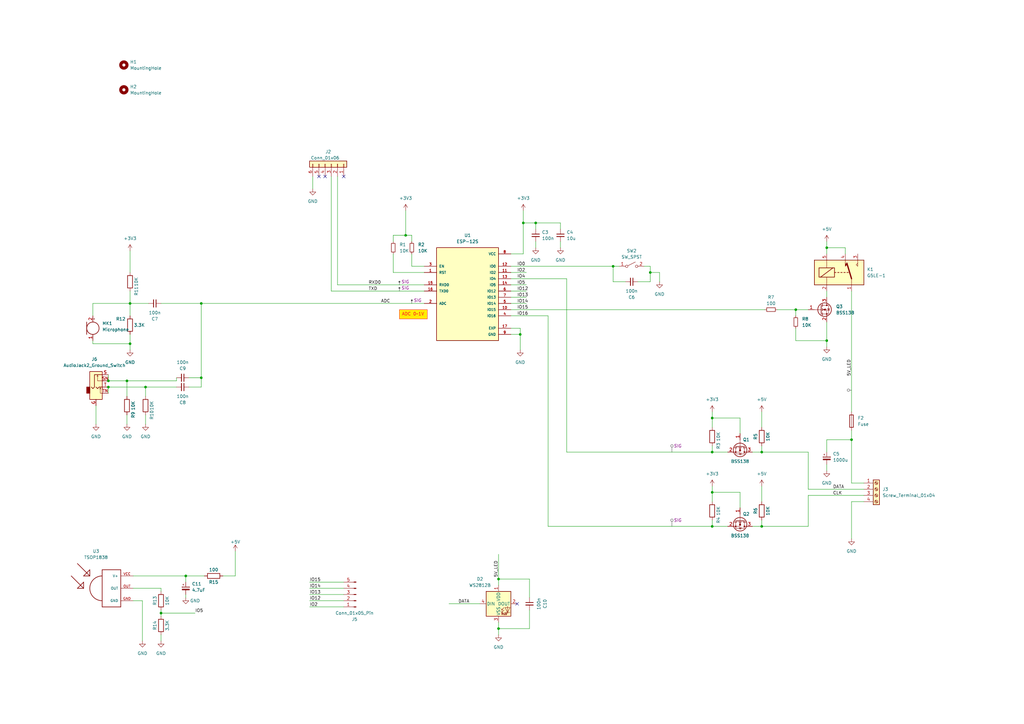
<source format=kicad_sch>
(kicad_sch (version 20230121) (generator eeschema)
  (paper "A3")
  (lib_symbols
    (symbol "Connector:Conn_01x05_Pin" (pin_names (offset 1.016) hide)
      (property "Reference" "J" (at 0 7.62 0))
      (property "Value" "Conn_01x05_Pin" (at 0 -7.62 0))
      (symbol "Conn_01x05_Pin_1_1"
        (polyline (pts (xy 1.27 -5.08) (xy 0.8636 -5.08)) (stroke (width 0.1524)))
        (polyline (pts (xy 1.27 -2.54) (xy 0.8636 -2.54)) (stroke (width 0.1524)))
        (polyline (pts (xy 1.27 0) (xy 0.8636 0)) (stroke (width 0.1524)))
        (polyline (pts (xy 1.27 2.54) (xy 0.8636 2.54)) (stroke (width 0.1524)))
        (polyline (pts (xy 1.27 5.08) (xy 0.8636 5.08)) (stroke (width 0.1524)))
        (rectangle (start 0.8636 -4.953) (end 0 -5.207) (stroke (width 0.1524)) (fill (type outline)))
        (rectangle (start 0.8636 -2.413) (end 0 -2.667) (stroke (width 0.1524)) (fill (type outline)))
        (rectangle (start 0.8636 0.127) (end 0 -0.127) (stroke (width 0.1524)) (fill (type outline)))
        (rectangle (start 0.8636 2.667) (end 0 2.413) (stroke (width 0.1524)) (fill (type outline)))
        (rectangle (start 0.8636 5.207) (end 0 4.953) (stroke (width 0.1524)) (fill (type outline)))
        (pin passive line (at 5.08 5.08 180) (length 3.81) (name "Pin_1") (number "1"))
        (pin passive line (at 5.08 2.54 180) (length 3.81) (name "Pin_2") (number "2"))
        (pin passive line (at 5.08 0 180) (length 3.81) (name "Pin_3") (number "3"))
        (pin passive line (at 5.08 -2.54 180) (length 3.81) (name "Pin_4") (number "4"))
        (pin passive line (at 5.08 -5.08 180) (length 3.81) (name "Pin_5") (number "5"))
      )
    )
    (symbol "Connector:Screw_Terminal_01x04" (pin_names (offset 1.016) hide)
      (property "Reference" "J" (at 0 5.08 0))
      (property "Value" "Screw_Terminal_01x04" (at 0 -7.62 0))
      (symbol "Screw_Terminal_01x04_1_1"
        (rectangle (start -1.27 3.81) (end 1.27 -6.35) (stroke (width 0.254)) (fill (type background)))
        (circle (center 0 -5.08) (radius 0.635) (stroke (width 0.1524)))
        (circle (center 0 -2.54) (radius 0.635) (stroke (width 0.1524)))
        (polyline (pts (xy -0.5334 -4.7498) (xy 0.3302 -5.588)) (stroke (width 0.1524)))
        (polyline (pts (xy -0.5334 -2.2098) (xy 0.3302 -3.048)) (stroke (width 0.1524)))
        (polyline (pts (xy -0.5334 0.3302) (xy 0.3302 -0.508)) (stroke (width 0.1524)))
        (polyline (pts (xy -0.5334 2.8702) (xy 0.3302 2.032)) (stroke (width 0.1524)))
        (polyline (pts (xy -0.3556 -4.572) (xy 0.508 -5.4102)) (stroke (width 0.1524)))
        (polyline (pts (xy -0.3556 -2.032) (xy 0.508 -2.8702)) (stroke (width 0.1524)))
        (polyline (pts (xy -0.3556 0.508) (xy 0.508 -0.3302)) (stroke (width 0.1524)))
        (polyline (pts (xy -0.3556 3.048) (xy 0.508 2.2098)) (stroke (width 0.1524)))
        (circle (center 0 0) (radius 0.635) (stroke (width 0.1524)))
        (circle (center 0 2.54) (radius 0.635) (stroke (width 0.1524)))
        (pin passive line (at -5.08 2.54 0) (length 3.81) (name "Pin_1") (number "1"))
        (pin passive line (at -5.08 0 0) (length 3.81) (name "Pin_2") (number "2"))
        (pin passive line (at -5.08 -2.54 0) (length 3.81) (name "Pin_3") (number "3"))
        (pin passive line (at -5.08 -5.08 0) (length 3.81) (name "Pin_4") (number "4"))
      )
    )
    (symbol "Connector_Audio:AudioJack2_Ground_Switch"
      (property "Reference" "J" (at 0 11.43 0))
      (property "Value" "AudioJack2_Ground_Switch" (at 0 8.89 0))
      (symbol "AudioJack2_Ground_Switch_0_1"
        (rectangle (start -2.54 -2.54) (end -3.81 0) (stroke (width 0.254)) (fill (type outline)))
        (rectangle (start 2.54 6.35) (end -2.54 -5.08) (stroke (width 0.254)) (fill (type background)))
      )
      (symbol "AudioJack2_Ground_Switch_1_1"
        (polyline (pts (xy 0.635 4.826) (xy 0.889 4.318)))
        (polyline (pts (xy 1.778 -0.254) (xy 2.032 -0.762)))
        (polyline (pts (xy 0 0) (xy 0.635 -0.635) (xy 1.27 0) (xy 2.54 0)) (stroke (width 0.254)))
        (polyline (pts (xy 2.54 -2.54) (xy 1.778 -2.54) (xy 1.778 -0.254) (xy 1.524 -0.762)))
        (polyline (pts (xy 2.54 2.54) (xy 0.635 2.54) (xy 0.635 4.826) (xy 0.381 4.318)))
        (polyline (pts (xy 2.54 5.08) (xy -0.635 5.08) (xy -0.635 0) (xy -1.27 -0.635) (xy -1.905 0)) (stroke (width 0.254)))
        (pin passive line (at 0 -7.62 90) (length 2.54) (name "~") (number "G"))
        (pin passive line (at 5.08 5.08 180) (length 2.54) (name "~") (number "S"))
        (pin passive line (at 5.08 2.54 180) (length 2.54) (name "~") (number "SN"))
        (pin passive line (at 5.08 0 180) (length 2.54) (name "~") (number "T"))
        (pin passive line (at 5.08 -2.54 180) (length 2.54) (name "~") (number "TN"))
      )
    )
    (symbol "Connector_Generic:Conn_01x06" (pin_names (offset 1.016) hide)
      (property "Reference" "J" (at 0 7.62 0))
      (property "Value" "Conn_01x06" (at 0 -10.16 0))
      (symbol "Conn_01x06_1_1"
        (rectangle (start -1.27 -7.493) (end 0 -7.747) (stroke (width 0.1524)))
        (rectangle (start -1.27 -4.953) (end 0 -5.207) (stroke (width 0.1524)))
        (rectangle (start -1.27 -2.413) (end 0 -2.667) (stroke (width 0.1524)))
        (rectangle (start -1.27 0.127) (end 0 -0.127) (stroke (width 0.1524)))
        (rectangle (start -1.27 2.667) (end 0 2.413) (stroke (width 0.1524)))
        (rectangle (start -1.27 5.207) (end 0 4.953) (stroke (width 0.1524)))
        (rectangle (start -1.27 6.35) (end 1.27 -8.89) (stroke (width 0.254)) (fill (type background)))
        (pin passive line (at -5.08 5.08 0) (length 3.81) (name "Pin_1") (number "1"))
        (pin passive line (at -5.08 2.54 0) (length 3.81) (name "Pin_2") (number "2"))
        (pin passive line (at -5.08 0 0) (length 3.81) (name "Pin_3") (number "3"))
        (pin passive line (at -5.08 -2.54 0) (length 3.81) (name "Pin_4") (number "4"))
        (pin passive line (at -5.08 -5.08 0) (length 3.81) (name "Pin_5") (number "5"))
        (pin passive line (at -5.08 -7.62 0) (length 3.81) (name "Pin_6") (number "6"))
      )
    )
    (symbol "Device:C_Polarized_Small" (pin_numbers hide) (pin_names (offset 0.254) hide)
      (property "Reference" "C" (at 0.254 1.778 0))
      (property "Value" "C_Polarized_Small" (at 0.254 -2.032 0))
      (symbol "C_Polarized_Small_0_1"
        (rectangle (start -1.524 -0.3048) (end 1.524 -0.6858) (fill (type outline)))
        (rectangle (start -1.524 0.6858) (end 1.524 0.3048))
        (polyline (pts (xy -1.27 1.524) (xy -0.762 1.524)))
        (polyline (pts (xy -1.016 1.27) (xy -1.016 1.778)))
      )
      (symbol "C_Polarized_Small_1_1"
        (pin passive line (at 0 2.54 270) (length 1.8542) (name "~") (number "1"))
        (pin passive line (at 0 -2.54 90) (length 1.8542) (name "~") (number "2"))
      )
    )
    (symbol "Device:C_Small" (pin_numbers hide) (pin_names (offset 0.254) hide)
      (property "Reference" "C" (at 0.254 1.778 0))
      (property "Value" "C_Small" (at 0.254 -2.032 0))
      (symbol "C_Small_0_1"
        (polyline (pts (xy -1.524 -0.508) (xy 1.524 -0.508)) (stroke (width 0.3302)))
        (polyline (pts (xy -1.524 0.508) (xy 1.524 0.508)) (stroke (width 0.3048)))
      )
      (symbol "C_Small_1_1"
        (pin passive line (at 0 2.54 270) (length 2.032) (name "~") (number "1"))
        (pin passive line (at 0 -2.54 90) (length 2.032) (name "~") (number "2"))
      )
    )
    (symbol "Device:Fuse" (pin_numbers hide) (pin_names (offset 0))
      (property "Reference" "F" (at 2.032 0 90))
      (property "Value" "Fuse" (at -1.905 0 90))
      (symbol "Fuse_0_1"
        (rectangle (start -0.762 -2.54) (end 0.762 2.54) (stroke (width 0.254)))
        (polyline (pts (xy 0 2.54) (xy 0 -2.54)))
      )
      (symbol "Fuse_1_1"
        (pin passive line (at 0 3.81 270) (length 1.27) (name "~") (number "1"))
        (pin passive line (at 0 -3.81 90) (length 1.27) (name "~") (number "2"))
      )
    )
    (symbol "Device:Microphone" (pin_names (offset 0.0254) hide)
      (property "Reference" "MK" (at -3.81 1.27 0))
      (property "Value" "Microphone" (at -3.81 -0.635 0))
      (symbol "Microphone_0_1"
        (polyline (pts (xy -2.54 2.54) (xy -2.54 -2.54)) (stroke (width 0.254)))
        (polyline (pts (xy 0.254 3.81) (xy 0.762 3.81)))
        (polyline (pts (xy 0.508 4.064) (xy 0.508 3.556)))
        (circle (center 0 0) (radius 2.54) (stroke (width 0.254)))
      )
      (symbol "Microphone_1_1"
        (pin passive line (at 0 -5.08 90) (length 2.54) (name "-") (number "1"))
        (pin passive line (at 0 5.08 270) (length 2.54) (name "+") (number "2"))
      )
    )
    (symbol "Device:R" (pin_numbers hide) (pin_names (offset 0))
      (property "Reference" "R" (at 2.032 0 90))
      (property "Value" "R" (at 0 0 90))
      (symbol "R_0_1"
        (rectangle (start -1.016 -2.54) (end 1.016 2.54) (stroke (width 0.254)))
      )
      (symbol "R_1_1"
        (pin passive line (at 0 3.81 270) (length 1.27) (name "~") (number "1"))
        (pin passive line (at 0 -3.81 90) (length 1.27) (name "~") (number "2"))
      )
    )
    (symbol "Device:R_Small" (pin_numbers hide) (pin_names (offset 0.254) hide)
      (property "Reference" "R" (at 0.762 0.508 0))
      (property "Value" "R_Small" (at 0.762 -1.016 0))
      (symbol "R_Small_0_1"
        (rectangle (start -0.762 1.778) (end 0.762 -1.778) (stroke (width 0.2032)))
      )
      (symbol "R_Small_1_1"
        (pin passive line (at 0 2.54 270) (length 0.762) (name "~") (number "1"))
        (pin passive line (at 0 -2.54 90) (length 0.762) (name "~") (number "2"))
      )
    )
    (symbol "ESP-12S:ESP-12S" (pin_names (offset 1.016))
      (property "Reference" "U3" (at 0 22.86 0))
      (property "Value" "ESP-12S" (at 0 20.32 0))
      (symbol "ESP-12S_0_0"
        (rectangle (start -12.7 -20.32) (end 12.7 17.78) (stroke (width 0.254)) (fill (type background)))
        (pin input line (at -17.78 7.62 0) (length 5.08) (name "RST") (number "1"))
        (pin bidirectional line (at 17.78 -7.62 180) (length 5.08) (name "IO15") (number "10"))
        (pin bidirectional line (at 17.78 7.62 180) (length 5.08) (name "IO2") (number "11"))
        (pin bidirectional line (at 17.78 10.16 180) (length 5.08) (name "IO0") (number "12"))
        (pin bidirectional line (at 17.78 5.08 180) (length 5.08) (name "IO4") (number "13"))
        (pin bidirectional line (at 17.78 2.54 180) (length 5.08) (name "IO5") (number "14"))
        (pin bidirectional line (at -17.78 2.54 0) (length 5.08) (name "RXD0") (number "15"))
        (pin bidirectional line (at -17.78 0 0) (length 5.08) (name "TXD0") (number "16"))
        (pin power_in line (at 17.78 -15.24 180) (length 5.08) (name "EXP") (number "17"))
        (pin bidirectional line (at -17.78 -5.08 0) (length 5.08) (name "ADC") (number "2"))
        (pin input line (at -17.78 10.16 0) (length 5.08) (name "EN") (number "3"))
        (pin bidirectional line (at 17.78 -10.16 180) (length 5.08) (name "IO16") (number "4"))
        (pin bidirectional line (at 17.78 -5.08 180) (length 5.08) (name "IO14") (number "5"))
        (pin bidirectional line (at 17.78 0 180) (length 5.08) (name "IO12") (number "6"))
        (pin bidirectional line (at 17.78 -2.54 180) (length 5.08) (name "IO13") (number "7"))
        (pin power_in line (at 17.78 15.24 180) (length 5.08) (name "VCC") (number "8"))
        (pin power_in line (at 17.78 -17.78 180) (length 5.08) (name "GND") (number "9"))
      )
    )
    (symbol "LED:WS2812B" (pin_names (offset 0.254))
      (property "Reference" "D" (at 5.08 5.715 0))
      (property "Value" "WS2812B" (at 1.27 -5.715 0))
      (symbol "WS2812B_0_0"
        (text "RGB" (at 2.286 -4.191 0) (effects (font (size 0.762 0.762))))
      )
      (symbol "WS2812B_0_1"
        (polyline (pts (xy 1.27 -3.556) (xy 1.778 -3.556)))
        (polyline (pts (xy 1.27 -2.54) (xy 1.778 -2.54)))
        (polyline (pts (xy 4.699 -3.556) (xy 2.667 -3.556)))
        (polyline (pts (xy 2.286 -2.54) (xy 1.27 -3.556) (xy 1.27 -3.048)))
        (polyline (pts (xy 2.286 -1.524) (xy 1.27 -2.54) (xy 1.27 -2.032)))
        (polyline (pts (xy 3.683 -1.016) (xy 3.683 -3.556) (xy 3.683 -4.064)))
        (polyline (pts (xy 4.699 -1.524) (xy 2.667 -1.524) (xy 3.683 -3.556) (xy 4.699 -1.524)))
        (rectangle (start 5.08 5.08) (end -5.08 -5.08) (stroke (width 0.254)) (fill (type background)))
      )
      (symbol "WS2812B_1_1"
        (pin power_in line (at 0 7.62 270) (length 2.54) (name "VDD") (number "1"))
        (pin output line (at 7.62 0 180) (length 2.54) (name "DOUT") (number "2"))
        (pin power_in line (at 0 -7.62 90) (length 2.54) (name "VSS") (number "3"))
        (pin input line (at -7.62 0 0) (length 2.54) (name "DIN") (number "4"))
      )
    )
    (symbol "Mechanical:MountingHole" (pin_names (offset 1.016))
      (property "Reference" "H" (at 0 5.08 0))
      (property "Value" "MountingHole" (at 0 3.175 0))
      (symbol "MountingHole_0_1"
        (circle (center 0 0) (radius 1.27) (stroke (width 1.27)))
      )
    )
    (symbol "Relay:G5LE-1"
      (property "Reference" "K" (at 11.43 3.81 0))
      (property "Value" "G5LE-1" (at 11.43 1.27 0))
      (symbol "G5LE-1_0_0"
        (polyline (pts (xy 7.62 5.08) (xy 7.62 2.54) (xy 6.985 3.175) (xy 7.62 3.81)))
      )
      (symbol "G5LE-1_0_1"
        (rectangle (start -10.16 5.08) (end 10.16 -5.08) (stroke (width 0.254)) (fill (type background)))
        (rectangle (start -8.255 1.905) (end -1.905 -1.905) (stroke (width 0.254)))
        (polyline (pts (xy -7.62 -1.905) (xy -2.54 1.905)) (stroke (width 0.254)))
        (polyline (pts (xy -5.08 -5.08) (xy -5.08 -1.905)))
        (polyline (pts (xy -5.08 5.08) (xy -5.08 1.905)))
        (polyline (pts (xy -1.905 0) (xy -1.27 0)) (stroke (width 0.254)))
        (polyline (pts (xy -0.635 0) (xy 0 0)) (stroke (width 0.254)))
        (polyline (pts (xy 0.635 0) (xy 1.27 0)) (stroke (width 0.254)))
        (polyline (pts (xy 1.905 0) (xy 2.54 0)) (stroke (width 0.254)))
        (polyline (pts (xy 3.175 0) (xy 3.81 0)) (stroke (width 0.254)))
        (polyline (pts (xy 5.08 -2.54) (xy 3.175 3.81)) (stroke (width 0.508)))
        (polyline (pts (xy 5.08 -2.54) (xy 5.08 -5.08)))
        (polyline (pts (xy 2.54 5.08) (xy 2.54 2.54) (xy 3.175 3.175) (xy 2.54 3.81)) (fill (type outline)))
      )
      (symbol "G5LE-1_1_1"
        (pin passive line (at 5.08 -7.62 90) (length 2.54) (name "~") (number "1"))
        (pin passive line (at -5.08 -7.62 90) (length 2.54) (name "~") (number "2"))
        (pin passive line (at 7.62 7.62 270) (length 2.54) (name "~") (number "3"))
        (pin passive line (at 2.54 7.62 270) (length 2.54) (name "~") (number "4"))
        (pin passive line (at -5.08 7.62 270) (length 2.54) (name "~") (number "5"))
      )
    )
    (symbol "Switch:SW_SPST" (pin_names (offset 0) hide)
      (property "Reference" "SW" (at 0 3.175 0))
      (property "Value" "SW_SPST" (at 0 -2.54 0))
      (symbol "SW_SPST_0_0"
        (circle (center -2.032 0) (radius 0.508))
        (polyline (pts (xy -1.524 0.254) (xy 1.524 1.778)))
        (circle (center 2.032 0) (radius 0.508))
      )
      (symbol "SW_SPST_1_1"
        (pin passive line (at -5.08 0 0) (length 2.54) (name "A") (number "1"))
        (pin passive line (at 5.08 0 180) (length 2.54) (name "B") (number "2"))
      )
    )
    (symbol "TSOP1838:TSOP1838" (pin_names (offset 1.016))
      (property "Reference" "U" (at 0 0 0))
      (property "Value" "TSOP1838" (at 0 0 0))
      (symbol "TSOP1838_0_0"
        (arc (start -5.08 5.08) (mid -10.1379 0) (end -5.08 -5.08) (stroke (width 0.254)))
        (polyline (pts (xy -15.24 0) (xy -12.7 0)) (stroke (width 0.254)))
        (polyline (pts (xy -15.24 0) (xy -12.7 2.54)) (stroke (width 0.254)))
        (polyline (pts (xy -15.24 10.16) (xy -10.16 5.08)) (stroke (width 0.254)))
        (polyline (pts (xy -12.7 0) (xy -17.78 5.08)) (stroke (width 0.254)))
        (polyline (pts (xy -12.7 2.54) (xy -12.7 0)) (stroke (width 0.254)))
        (polyline (pts (xy -12.7 5.08) (xy -10.16 5.08)) (stroke (width 0.254)))
        (polyline (pts (xy -10.16 5.08) (xy -10.16 7.62)) (stroke (width 0.254)))
        (polyline (pts (xy -10.16 7.62) (xy -12.7 5.08)) (stroke (width 0.254)))
        (polyline (pts (xy -5.08 -7.62) (xy -5.08 7.62)) (stroke (width 0.254)))
        (polyline (pts (xy -5.08 7.62) (xy 2.54 7.62)) (stroke (width 0.254)))
        (polyline (pts (xy 2.54 -7.62) (xy -5.08 -7.62)) (stroke (width 0.254)))
        (polyline (pts (xy 2.54 7.62) (xy 2.54 -7.62)) (stroke (width 0.254)))
        (pin bidirectional line (at 7.62 -5.08 180) (length 5.08) (name "GND") (number "GND"))
        (pin bidirectional line (at 7.62 0 180) (length 5.08) (name "OUT") (number "OUT"))
        (pin bidirectional line (at 7.62 5.08 180) (length 5.08) (name "V+") (number "VCC"))
      )
    )
    (symbol "Transistor_FET:BSS138" (pin_names hide)
      (property "Reference" "Q" (at 5.08 1.905 0))
      (property "Value" "BSS138" (at 5.08 0 0))
      (symbol "BSS138_0_1"
        (polyline (pts (xy 0.254 0) (xy -2.54 0)))
        (polyline (pts (xy 0.254 1.905) (xy 0.254 -1.905)) (stroke (width 0.254)))
        (polyline (pts (xy 0.762 -1.27) (xy 0.762 -2.286)) (stroke (width 0.254)))
        (polyline (pts (xy 0.762 0.508) (xy 0.762 -0.508)) (stroke (width 0.254)))
        (polyline (pts (xy 0.762 2.286) (xy 0.762 1.27)) (stroke (width 0.254)))
        (polyline (pts (xy 2.54 2.54) (xy 2.54 1.778)))
        (polyline (pts (xy 2.54 -2.54) (xy 2.54 0) (xy 0.762 0)))
        (polyline (pts (xy 0.762 -1.778) (xy 3.302 -1.778) (xy 3.302 1.778) (xy 0.762 1.778)))
        (polyline (pts (xy 1.016 0) (xy 2.032 0.381) (xy 2.032 -0.381) (xy 1.016 0)) (fill (type outline)))
        (polyline (pts (xy 2.794 0.508) (xy 2.921 0.381) (xy 3.683 0.381) (xy 3.81 0.254)))
        (polyline (pts (xy 3.302 0.381) (xy 2.921 -0.254) (xy 3.683 -0.254) (xy 3.302 0.381)))
        (circle (center 1.651 0) (radius 2.794) (stroke (width 0.254)))
        (circle (center 2.54 -1.778) (radius 0.254) (fill (type outline)))
        (circle (center 2.54 1.778) (radius 0.254) (fill (type outline)))
      )
      (symbol "BSS138_1_1"
        (pin input line (at -5.08 0 0) (length 2.54) (name "G") (number "1"))
        (pin passive line (at 2.54 -5.08 90) (length 2.54) (name "S") (number "2"))
        (pin passive line (at 2.54 5.08 270) (length 2.54) (name "D") (number "3"))
      )
    )
    (symbol "power:+3.3V" (power) (pin_names (offset 0))
      (property "Value" "+3.3V" (at 0 3.556 0))
      (symbol "+3.3V_0_1"
        (polyline (pts (xy -0.762 1.27) (xy 0 2.54)))
        (polyline (pts (xy 0 0) (xy 0 2.54)))
        (polyline (pts (xy 0 2.54) (xy 0.762 1.27)))
      )
      (symbol "+3.3V_1_1"
        (pin power_in line (at 0 0 90) (length 0) hide (name "+3V3") (number "1"))
      )
    )
    (symbol "power:+3V3" (power) (pin_names (offset 0))
      (property "Value" "+3V3" (at 0 3.556 0))
      (symbol "+3V3_0_1"
        (polyline (pts (xy -0.762 1.27) (xy 0 2.54)))
        (polyline (pts (xy 0 0) (xy 0 2.54)))
        (polyline (pts (xy 0 2.54) (xy 0.762 1.27)))
      )
      (symbol "+3V3_1_1"
        (pin power_in line (at 0 0 90) (length 0) hide (name "+3V3") (number "1"))
      )
    )
    (symbol "power:+5V" (power) (pin_names (offset 0))
      (property "Value" "+5V" (at 0 3.556 0))
      (symbol "+5V_0_1"
        (polyline (pts (xy -0.762 1.27) (xy 0 2.54)))
        (polyline (pts (xy 0 0) (xy 0 2.54)))
        (polyline (pts (xy 0 2.54) (xy 0.762 1.27)))
      )
      (symbol "+5V_1_1"
        (pin power_in line (at 0 0 90) (length 0) hide (name "+5V") (number "1"))
      )
    )
    (symbol "power:GND" (power) (pin_names (offset 0))
      (property "Value" "GND" (at 0 -3.81 0))
      (symbol "GND_0_1"
        (polyline (pts (xy 0 0) (xy 0 -1.27) (xy 1.27 -1.27) (xy 0 -2.54) (xy -1.27 -1.27) (xy 0 -1.27)))
      )
      (symbol "GND_1_1"
        (pin power_in line (at 0 0 270) (length 0) hide (name "GND") (number "1"))
      )
    )
  )
  (junction (at 204.47 257.81))
  (junction (at 312.42 185.42))
  (junction (at 219.71 91.44))
  (junction (at 76.2 236.22))
  (junction (at 44.45 156.21))
  (junction (at 266.7 111.76))
  (junction (at 292.1 171.45))
  (junction (at 66.04 251.46))
  (junction (at 339.09 101.6))
  (junction (at 44.45 158.75))
  (junction (at 339.09 139.7))
  (junction (at 53.34 140.97))
  (junction (at 53.34 124.46))
  (junction (at 214.63 91.44))
  (junction (at 349.25 180.34))
  (junction (at 166.37 96.52))
  (junction (at 213.36 137.16))
  (junction (at 82.55 124.46))
  (junction (at 326.39 127))
  (junction (at 251.46 109.22))
  (junction (at 82.55 154.94))
  (junction (at 312.42 215.9))
  (junction (at 52.07 156.21))
  (junction (at 292.1 185.42))
  (junction (at 292.1 215.9))
  (junction (at 292.1 201.93))
  (junction (at 59.69 158.75))
  (junction (at 204.47 237.49))
  (no_connect (at 130.81 72.39))
  (no_connect (at 212.09 247.65))
  (no_connect (at 133.35 72.39))
  (no_connect (at 140.97 72.39))
  (wire (pts (xy 251.46 109.22) (xy 254 109.22)))
  (wire (pts (xy 339.09 139.7) (xy 339.09 142.24)))
  (wire (pts (xy 44.45 158.75) (xy 44.45 161.29)))
  (wire (pts (xy 66.04 241.3) (xy 54.61 241.3)))
  (wire (pts (xy 214.63 91.44) (xy 214.63 104.14)))
  (wire (pts (xy 303.53 177.8) (xy 303.53 171.45)))
  (wire (pts (xy 53.34 137.16) (xy 53.34 140.97)))
  (wire (pts (xy 127 238.76) (xy 140.97 238.76)))
  (wire (pts (xy 318.77 127) (xy 326.39 127)))
  (wire (pts (xy 292.1 182.88) (xy 292.1 185.42)))
  (wire (pts (xy 224.79 215.9) (xy 292.1 215.9)))
  (wire (pts (xy 38.1 139.7) (xy 38.1 140.97)))
  (wire (pts (xy 168.91 99.06) (xy 168.91 96.52)))
  (wire (pts (xy 229.87 99.06) (xy 229.87 101.6)))
  (wire (pts (xy 135.89 119.38) (xy 173.99 119.38)))
  (wire (pts (xy 339.09 185.42) (xy 339.09 180.34)))
  (wire (pts (xy 219.71 99.06) (xy 219.71 101.6)))
  (wire (pts (xy 161.29 104.14) (xy 161.29 111.76)))
  (wire (pts (xy 312.42 182.88) (xy 312.42 185.42)))
  (wire (pts (xy 312.42 185.42) (xy 308.61 185.42)))
  (wire (pts (xy 66.04 250.19) (xy 66.04 251.46)))
  (wire (pts (xy 213.36 134.62) (xy 213.36 137.16)))
  (wire (pts (xy 53.34 102.87) (xy 53.34 111.76)))
  (wire (pts (xy 44.45 153.67) (xy 44.45 156.21)))
  (wire (pts (xy 349.25 180.34) (xy 349.25 198.12)))
  (wire (pts (xy 82.55 124.46) (xy 82.55 154.94)))
  (wire (pts (xy 209.55 137.16) (xy 213.36 137.16)))
  (wire (pts (xy 292.1 199.39) (xy 292.1 201.93)))
  (wire (pts (xy 339.09 101.6) (xy 339.09 104.14)))
  (wire (pts (xy 209.55 109.22) (xy 251.46 109.22)))
  (wire (pts (xy 214.63 86.36) (xy 214.63 91.44)))
  (wire (pts (xy 331.47 203.2) (xy 331.47 215.9)))
  (wire (pts (xy 349.25 205.74) (xy 354.33 205.74)))
  (wire (pts (xy 229.87 93.98) (xy 229.87 91.44)))
  (wire (pts (xy 127 248.92) (xy 140.97 248.92)))
  (wire (pts (xy 52.07 156.21) (xy 52.07 162.56)))
  (wire (pts (xy 256.54 115.57) (xy 251.46 115.57)))
  (wire (pts (xy 52.07 156.21) (xy 72.39 156.21)))
  (wire (pts (xy 232.41 114.3) (xy 232.41 185.42)))
  (wire (pts (xy 292.1 171.45) (xy 292.1 175.26)))
  (wire (pts (xy 264.16 109.22) (xy 266.7 109.22)))
  (wire (pts (xy 38.1 129.54) (xy 38.1 124.46)))
  (wire (pts (xy 326.39 139.7) (xy 339.09 139.7)))
  (wire (pts (xy 204.47 227.33) (xy 204.47 237.49)))
  (wire (pts (xy 66.04 251.46) (xy 66.04 252.73)))
  (wire (pts (xy 161.29 96.52) (xy 161.29 99.06)))
  (wire (pts (xy 214.63 91.44) (xy 219.71 91.44)))
  (wire (pts (xy 209.55 119.38) (xy 215.9 119.38)))
  (wire (pts (xy 217.17 237.49) (xy 204.47 237.49)))
  (wire (pts (xy 138.43 116.84) (xy 138.43 72.39)))
  (wire (pts (xy 292.1 215.9) (xy 298.45 215.9)))
  (wire (pts (xy 66.04 251.46) (xy 80.01 251.46)))
  (wire (pts (xy 66.04 260.35) (xy 66.04 262.89)))
  (wire (pts (xy 44.45 156.21) (xy 52.07 156.21)))
  (wire (pts (xy 339.09 119.38) (xy 339.09 121.92)))
  (wire (pts (xy 166.37 96.52) (xy 168.91 96.52)))
  (wire (pts (xy 339.09 99.06) (xy 339.09 101.6)))
  (wire (pts (xy 54.61 246.38) (xy 58.42 246.38)))
  (wire (pts (xy 349.25 220.98) (xy 349.25 205.74)))
  (wire (pts (xy 53.34 124.46) (xy 53.34 129.54)))
  (wire (pts (xy 184.15 247.65) (xy 196.85 247.65)))
  (wire (pts (xy 349.25 198.12) (xy 354.33 198.12)))
  (wire (pts (xy 209.55 121.92) (xy 215.9 121.92)))
  (wire (pts (xy 349.25 176.53) (xy 349.25 180.34)))
  (wire (pts (xy 209.55 111.76) (xy 215.9 111.76)))
  (wire (pts (xy 292.1 185.42) (xy 298.45 185.42)))
  (wire (pts (xy 346.71 101.6) (xy 339.09 101.6)))
  (wire (pts (xy 168.91 109.22) (xy 173.99 109.22)))
  (wire (pts (xy 44.45 158.75) (xy 59.69 158.75)))
  (wire (pts (xy 127 243.84) (xy 140.97 243.84)))
  (wire (pts (xy 326.39 127) (xy 331.47 127)))
  (wire (pts (xy 292.1 213.36) (xy 292.1 215.9)))
  (wire (pts (xy 349.25 119.38) (xy 349.25 168.91)))
  (wire (pts (xy 66.04 241.3) (xy 66.04 242.57)))
  (wire (pts (xy 331.47 200.66) (xy 354.33 200.66)))
  (wire (pts (xy 77.47 158.75) (xy 82.55 158.75)))
  (wire (pts (xy 38.1 140.97) (xy 53.34 140.97)))
  (wire (pts (xy 339.09 190.5) (xy 339.09 193.04)))
  (wire (pts (xy 346.71 104.14) (xy 346.71 101.6)))
  (wire (pts (xy 339.09 132.08) (xy 339.09 139.7)))
  (wire (pts (xy 59.69 158.75) (xy 59.69 162.56)))
  (wire (pts (xy 52.07 170.18) (xy 52.07 173.99)))
  (wire (pts (xy 209.55 116.84) (xy 215.9 116.84)))
  (wire (pts (xy 66.04 124.46) (xy 82.55 124.46)))
  (wire (pts (xy 59.69 170.18) (xy 59.69 173.99)))
  (wire (pts (xy 204.47 255.27) (xy 204.47 257.81)))
  (wire (pts (xy 217.17 257.81) (xy 204.47 257.81)))
  (wire (pts (xy 339.09 180.34) (xy 349.25 180.34)))
  (wire (pts (xy 96.52 236.22) (xy 91.44 236.22)))
  (wire (pts (xy 232.41 185.42) (xy 292.1 185.42)))
  (wire (pts (xy 217.17 250.19) (xy 217.17 257.81)))
  (wire (pts (xy 38.1 124.46) (xy 53.34 124.46)))
  (wire (pts (xy 209.55 134.62) (xy 213.36 134.62)))
  (wire (pts (xy 224.79 129.54) (xy 209.55 129.54)))
  (wire (pts (xy 214.63 104.14) (xy 209.55 104.14)))
  (wire (pts (xy 209.55 127) (xy 313.69 127)))
  (wire (pts (xy 59.69 158.75) (xy 72.39 158.75)))
  (wire (pts (xy 213.36 137.16) (xy 213.36 143.51)))
  (wire (pts (xy 354.33 203.2) (xy 331.47 203.2)))
  (wire (pts (xy 251.46 109.22) (xy 251.46 115.57)))
  (wire (pts (xy 76.2 236.22) (xy 83.82 236.22)))
  (wire (pts (xy 209.55 124.46) (xy 215.9 124.46)))
  (wire (pts (xy 331.47 185.42) (xy 331.47 200.66)))
  (wire (pts (xy 128.27 72.39) (xy 128.27 77.47)))
  (wire (pts (xy 204.47 257.81) (xy 204.47 260.35)))
  (wire (pts (xy 266.7 109.22) (xy 266.7 111.76)))
  (wire (pts (xy 54.61 236.22) (xy 76.2 236.22)))
  (wire (pts (xy 168.91 104.14) (xy 168.91 109.22)))
  (wire (pts (xy 204.47 237.49) (xy 204.47 240.03)))
  (wire (pts (xy 209.55 114.3) (xy 232.41 114.3)))
  (wire (pts (xy 82.55 154.94) (xy 82.55 158.75)))
  (wire (pts (xy 166.37 96.52) (xy 161.29 96.52)))
  (wire (pts (xy 224.79 215.9) (xy 224.79 129.54)))
  (wire (pts (xy 326.39 134.62) (xy 326.39 139.7)))
  (wire (pts (xy 303.53 208.28) (xy 303.53 201.93)))
  (wire (pts (xy 127 241.3) (xy 140.97 241.3)))
  (wire (pts (xy 39.37 166.37) (xy 39.37 173.99)))
  (wire (pts (xy 53.34 140.97) (xy 53.34 143.51)))
  (wire (pts (xy 138.43 116.84) (xy 173.99 116.84)))
  (wire (pts (xy 312.42 213.36) (xy 312.42 215.9)))
  (wire (pts (xy 166.37 86.36) (xy 166.37 96.52)))
  (wire (pts (xy 127 246.38) (xy 140.97 246.38)))
  (wire (pts (xy 292.1 168.91) (xy 292.1 171.45)))
  (wire (pts (xy 76.2 236.22) (xy 76.2 238.76)))
  (wire (pts (xy 58.42 246.38) (xy 58.42 262.89)))
  (wire (pts (xy 135.89 72.39) (xy 135.89 119.38)))
  (wire (pts (xy 270.51 111.76) (xy 266.7 111.76)))
  (wire (pts (xy 77.47 154.94) (xy 82.55 154.94)))
  (wire (pts (xy 261.62 115.57) (xy 266.7 115.57)))
  (wire (pts (xy 292.1 201.93) (xy 303.53 201.93)))
  (wire (pts (xy 53.34 119.38) (xy 53.34 124.46)))
  (wire (pts (xy 161.29 111.76) (xy 173.99 111.76)))
  (wire (pts (xy 217.17 245.11) (xy 217.17 237.49)))
  (wire (pts (xy 270.51 115.57) (xy 270.51 111.76)))
  (wire (pts (xy 312.42 215.9) (xy 331.47 215.9)))
  (wire (pts (xy 219.71 93.98) (xy 219.71 91.44)))
  (wire (pts (xy 312.42 199.39) (xy 312.42 205.74)))
  (wire (pts (xy 219.71 91.44) (xy 229.87 91.44)))
  (wire (pts (xy 312.42 215.9) (xy 308.61 215.9)))
  (wire (pts (xy 76.2 243.84) (xy 76.2 245.11)))
  (wire (pts (xy 60.96 124.46) (xy 53.34 124.46)))
  (wire (pts (xy 312.42 185.42) (xy 331.47 185.42)))
  (wire (pts (xy 266.7 115.57) (xy 266.7 111.76)))
  (wire (pts (xy 82.55 124.46) (xy 173.99 124.46)))
  (wire (pts (xy 96.52 226.06) (xy 96.52 236.22)))
  (wire (pts (xy 326.39 129.54) (xy 326.39 127)))
  (wire (pts (xy 292.1 171.45) (xy 303.53 171.45)))
  (wire (pts (xy 312.42 168.91) (xy 312.42 175.26)))
  (wire (pts (xy 292.1 201.93) (xy 292.1 205.74)))
  (wire (pts (xy 72.39 156.21) (xy 72.39 154.94)))
  (text_box "ADC 0~1V" (at 163.83 127 0) (size 11.43 3.81) (stroke (width 0) (color 255 0 32 1)) (fill (type color) (color 255 234 0 1)) (effects (font (size 1.27 1.27)) (justify left top)))
  (label "IO2" (at 127 248.92 0))
  (label "DATA" (at 341.63 200.66 0))
  (label "TXD" (at 151.13 119.38 0))
  (label "IO0" (at 212.09 109.22 0))
  (label "5V_LED" (at 349.25 147.32 270))
  (label "CLK" (at 341.63 203.2 0))
  (label "IO16" (at 212.09 129.54 0))
  (label "RXD0" (at 151.13 116.84 0))
  (label "IO5" (at 80.01 251.46 0))
  (label "5V_LED" (at 204.47 229.87 270))
  (label "IO13" (at 212.09 121.92 0))
  (label "IO5" (at 212.09 116.84 0))
  (label "IO15" (at 212.09 127 0))
  (label "IO12" (at 212.09 119.38 0))
  (label "IO12" (at 127 246.38 0))
  (label "IO15" (at 127 238.76 0))
  (label "DATA" (at 187.96 247.65 0))
  (label "IO14" (at 127 241.3 0))
  (label "IO2" (at 212.09 111.76 0))
  (label "IO4" (at 212.09 114.3 0))
  (label "ADC" (at 156.21 124.46 0))
  (label "IO13" (at 127 243.84 0))
  (label "IO14" (at 212.09 124.46 0))
  (netclass_flag "" (length 1.27) (shape round) (at 349.25 160.02 90) (property "Netclass" "HIGH_PWR" (effects hide)))
  (netclass_flag "" (length 2.541) (shape round) (at 275.59 185.42 0) (property "Netclass" "SIG" (at 276.2885 182.879 0) (effects (font italic) (justify left))))
  (netclass_flag "" (length 1.27) (shape dot) (at 163.83 116.84 0) (property "Netclass" "SIG" (at 164.5285 115.57 0) (effects (font italic) (justify left))))
  (netclass_flag "" (length 1.27) (shape dot) (at 163.83 119.38 0) (property "Netclass" "SIG" (at 164.5285 118.11 0) (effects (font italic) (justify left))))
  (netclass_flag "" (length 2.541) (shape round) (at 275.59 215.9 0) (property "Netclass" "SIG" (at 276.2885 213.359 0) (effects (font italic) (justify left))))
  (netclass_flag "" (length 1.27) (shape dot) (at 168.91 124.46 0) (property "Netclass" "SIG" (at 169.6085 123.19 0) (effects (font italic) (justify left))))
  (symbol (lib_id "Device:R_Small") (at 168.91 101.6 0) (unit 1)
    (property "Reference" "R2" (at 171.45 100.33 0) (effects (justify left)))
    (property "Value" "10K" (at 171.45 102.87 0) (effects (justify left)))
    (property "Footprint" "Resistor_SMD:R_0805_2012Metric" (effects hide))
  )
  (symbol (lib_id "power:GND") (at 270.51 115.57 0) (unit 1)
    (property "Reference" "#PWR017" (effects hide))
    (property "Value" "GND" (at 270.51 120.65 0))
  )
  (symbol (lib_id "LED:WS2812B") (at 204.47 247.65 0) (unit 1)
    (property "Reference" "D2" (at 196.85 237.49 0))
    (property "Value" "WS2812B" (at 196.85 240.03 0))
    (property "Footprint" "LED_SMD:LED_WS2812B_PLCC4_5.0x5.0mm_P3.2mm" (effects hide))
    (property "Datasheet" "https://cdn-shop.adafruit.com/datasheets/WS2812B.pdf" (effects hide))
  )
  (symbol (lib_id "Mechanical:MountingHole") (at 50.8 26.67 0) (unit 1)
    (property "Reference" "H1" (at 53.34 25.4 0) (effects (justify left)))
    (property "Value" "MountingHole" (at 53.34 27.94 0) (effects (justify left)))
    (property "Footprint" "MountingHole:MountingHole_3mm" (effects hide))
  )
  (symbol (lib_id "Device:R_Small") (at 326.39 132.08 0) (unit 1)
    (property "Reference" "R8" (at 328.93 130.81 0) (effects (justify left)))
    (property "Value" "10K" (at 328.93 133.35 0) (effects (justify left)))
    (property "Footprint" "Resistor_SMD:R_0805_2012Metric" (effects hide))
  )
  (symbol (lib_id "Connector_Generic:Conn_01x06") (at 135.89 67.31 270) (mirror x) (unit 1)
    (property "Reference" "J2" (at 134.62 62.23 90))
    (property "Value" "Conn_01x06" (at 133.35 64.77 90))
    (property "Footprint" "Connector_PinHeader_2.54mm:PinHeader_1x06_P2.54mm_Vertical" (effects hide))
  )
  (symbol (lib_id "power:+3.3V") (at 292.1 168.91 0) (unit 1)
    (property "Reference" "#PWR09" (effects hide))
    (property "Value" "+3.3V" (at 292.1 163.83 0))
    (instances (project "WLED_V0.1" (path "" (reference "#PWR09") (unit 1))) (project "BEEIRON v0.0" (path "" (reference "#PWR058") (unit 1))))
  )
  (symbol (lib_id "Device:R") (at 87.63 236.22 270) (unit 1)
    (property "Reference" "R15" (at 87.63 238.76 90))
    (property "Value" "100" (at 87.63 233.68 90))
    (property "Footprint" "Resistor_SMD:R_0805_2012Metric" (effects hide))
    (instances (project "WLED_V0.1" (path "" (reference "R15") (unit 1))) (project "BEEIRON v0.0" (path "" (reference "R20") (unit 1))))
  )
  (symbol (lib_id "Device:R") (at 59.69 166.37 180) (unit 1)
    (property "Reference" "R10" (at 62.23 170.18 90))
    (property "Value" "10K" (at 62.23 166.37 90))
    (property "Footprint" "Resistor_SMD:R_0805_2012Metric" (effects hide))
    (instances (project "WLED_V0.1" (path "" (reference "R10") (unit 1))) (project "BEEIRON v0.0" (path "" (reference "R20") (unit 1))))
  )
  (symbol (lib_id "Device:C_Small") (at 74.93 158.75 270) (unit 1)
    (property "Reference" "C8" (at 74.9237 165.1 90))
    (property "Value" "100n" (at 74.9237 162.56 90))
    (property "Footprint" "Capacitor_SMD:C_0805_2012Metric" (effects hide))
  )
  (symbol (lib_id "power:+3V3") (at 53.34 102.87 0) (unit 1)
    (property "Reference" "#PWR022" (effects hide))
    (property "Value" "+3V3" (at 53.34 97.79 0))
  )
  (symbol (lib_id "Transistor_FET:BSS138") (at 336.55 127 0) (unit 1)
    (property "Reference" "Q3" (at 342.9 125.73 0) (effects (justify left)))
    (property "Value" "BSS138" (at 342.9 128.27 0) (effects (justify left)))
    (property "Footprint" "Package_TO_SOT_SMD:SOT-23" (effects hide))
    (property "Datasheet" "https://www.onsemi.com/pub/Collateral/BSS138-D.PDF" (effects hide))
  )
  (symbol (lib_id "Device:R") (at 292.1 209.55 180) (unit 1)
    (property "Reference" "R4" (at 294.64 213.36 90))
    (property "Value" "10K" (at 294.64 209.55 90))
    (property "Footprint" "Resistor_SMD:R_0805_2012Metric" (effects hide))
    (instances (project "WLED_V0.1" (path "" (reference "R4") (unit 1))) (project "BEEIRON v0.0" (path "" (reference "R20") (unit 1))))
  )
  (symbol (lib_id "power:+5V") (at 339.09 99.06 0) (unit 1)
    (property "Reference" "#PWR013" (effects hide))
    (property "Value" "+5V" (at 339.09 93.98 0))
  )
  (symbol (lib_id "power:+5V") (at 312.42 168.91 0) (unit 1)
    (property "Reference" "#PWR011" (effects hide))
    (property "Value" "+5V" (at 312.42 163.83 0))
    (instances (project "WLED_V0.1" (path "" (reference "#PWR011") (unit 1))) (project "BEEIRON v0.0" (path "" (reference "#PWR059") (unit 1))))
  )
  (symbol (lib_id "power:GND") (at 53.34 143.51 0) (unit 1)
    (property "Reference" "#PWR023" (effects hide))
    (property "Value" "GND" (at 53.34 148.59 0))
  )
  (symbol (lib_id "power:GND") (at 58.42 262.89 0) (unit 1)
    (property "Reference" "#PWR026" (effects hide))
    (property "Value" "GND" (at 58.42 267.97 0))
  )
  (symbol (lib_id "power:GND") (at 128.27 77.47 0) (unit 1)
    (property "Reference" "#PWR04" (effects hide))
    (property "Value" "GND" (at 128.27 82.55 0))
  )
  (symbol (lib_id "power:+5V") (at 96.52 226.06 0) (unit 1)
    (property "Reference" "#PWR027" (effects hide))
    (property "Value" "+5V" (at 96.52 222.25 0))
    (instances (project "WLED_V0.1" (path "" (reference "#PWR027") (unit 1))) (project "BEEIRON v0.0" (path "" (reference "#PWR059") (unit 1))))
  )
  (symbol (lib_id "Switch:SW_SPST") (at 259.08 109.22 0) (unit 1)
    (property "Reference" "SW2" (at 259.08 102.87 0))
    (property "Value" "SW_SPST" (at 259.08 105.41 0))
    (property "Footprint" "Button_Switch_THT:SW_PUSH_6mm_H7.3mm" (effects hide))
  )
  (symbol (lib_id "Device:R") (at 66.04 256.54 180) (unit 1)
    (property "Reference" "R14" (at 63.5 256.54 90))
    (property "Value" "3.3K" (at 68.58 256.54 90))
    (property "Footprint" "Resistor_SMD:R_0805_2012Metric" (effects hide))
    (instances (project "WLED_V0.1" (path "" (reference "R14") (unit 1))) (project "BEEIRON v0.0" (path "" (reference "R20") (unit 1))))
  )
  (symbol (lib_id "Device:Microphone") (at 38.1 134.62 0) (unit 1)
    (property "Reference" "MK1" (at 41.91 132.6515 0) (effects (justify left)))
    (property "Value" "Microphone" (at 41.91 135.1915 0) (effects (justify left)))
    (property "Footprint" "Connector_PinHeader_2.54mm:PinHeader_1x02_P2.54mm_Vertical" (effects hide))
  )
  (symbol (lib_id "Device:R") (at 312.42 179.07 180) (unit 1)
    (property "Reference" "R5" (at 309.88 179.07 90))
    (property "Value" "10K" (at 314.96 179.07 90))
    (property "Footprint" "Resistor_SMD:R_0805_2012Metric" (effects hide))
    (instances (project "WLED_V0.1" (path "" (reference "R5") (unit 1))) (project "BEEIRON v0.0" (path "" (reference "R21") (unit 1))))
  )
  (symbol (lib_id "Transistor_FET:BSS138") (at 303.53 213.36 270) (unit 1)
    (property "Reference" "Q2" (at 306.07 210.82 90))
    (property "Value" "BSS138" (at 303.53 219.71 90))
    (property "Footprint" "Package_TO_SOT_SMD:SOT-23" (effects hide))
    (property "Datasheet" "https://www.onsemi.com/pub/Collateral/BSS138-D.PDF" (effects hide))
  )
  (symbol (lib_id "power:GND") (at 76.2 245.11 0) (unit 1)
    (property "Reference" "#PWR028" (effects hide))
    (property "Value" "GND" (at 80.01 246.38 0))
  )
  (symbol (lib_id "power:GND") (at 39.37 173.99 0) (unit 1)
    (property "Reference" "#PWR019" (effects hide))
    (property "Value" "GND" (at 39.37 179.07 0))
  )
  (symbol (lib_id "Device:C_Small") (at 217.17 247.65 0) (unit 1)
    (property "Reference" "C10" (at 223.52 247.6563 90))
    (property "Value" "100n" (at 220.98 247.6563 90))
    (property "Footprint" "Capacitor_SMD:C_0805_2012Metric" (effects hide))
  )
  (symbol (lib_id "Device:R") (at 66.04 246.38 180) (unit 1)
    (property "Reference" "R13" (at 63.5 246.38 90))
    (property "Value" "10K" (at 68.58 246.38 90))
    (property "Footprint" "Resistor_SMD:R_0805_2012Metric" (effects hide))
    (instances (project "WLED_V0.1" (path "" (reference "R13") (unit 1))) (project "BEEIRON v0.0" (path "" (reference "R20") (unit 1))))
  )
  (symbol (lib_id "Device:Fuse") (at 349.25 172.72 180) (unit 1)
    (property "Reference" "F2" (at 351.79 171.45 0) (effects (justify right)))
    (property "Value" "Fuse" (at 351.79 173.99 0) (effects (justify right)))
    (property "Footprint" "Fuse:Fuseholder_Clip-5x20mm_Keystone_3512P_Inline_P23.62x7.27mm_D1.02x2.41x1.02x1.57mm_Horizontal" (effects hide))
  )
  (symbol (lib_id "power:GND") (at 59.69 173.99 0) (unit 1)
    (property "Reference" "#PWR021" (effects hide))
    (property "Value" "GND" (at 59.69 179.07 0))
  )
  (symbol (lib_id "Device:C_Polarized_Small") (at 76.2 241.3 0) (unit 1)
    (property "Reference" "C11" (at 78.74 239.4839 0) (effects (justify left)))
    (property "Value" "4.7uF" (at 78.74 242.0239 0) (effects (justify left)))
    (property "Footprint" "Capacitor_SMD:C_0805_2012Metric" (effects hide))
  )
  (symbol (lib_id "Device:R") (at 52.07 166.37 180) (unit 1)
    (property "Reference" "R9" (at 54.61 170.18 90))
    (property "Value" "10K" (at 54.61 166.37 90))
    (property "Footprint" "Resistor_SMD:R_0805_2012Metric" (effects hide))
    (instances (project "WLED_V0.1" (path "" (reference "R9") (unit 1))) (project "BEEIRON v0.0" (path "" (reference "R20") (unit 1))))
  )
  (symbol (lib_id "power:GND") (at 229.87 101.6 0) (unit 1)
    (property "Reference" "#PWR08" (effects hide))
    (property "Value" "GND" (at 229.87 106.68 0))
  )
  (symbol (lib_id "Device:C_Small") (at 229.87 96.52 0) (unit 1)
    (property "Reference" "C4" (at 232.41 95.2563 0) (effects (justify left)))
    (property "Value" "10u" (at 232.41 97.7963 0) (effects (justify left)))
    (property "Footprint" "Capacitor_SMD:C_0805_2012Metric" (effects hide))
  )
  (symbol (lib_id "Device:R") (at 53.34 115.57 180) (unit 1)
    (property "Reference" "R11" (at 55.88 119.38 90))
    (property "Value" "10K" (at 55.88 115.57 90))
    (property "Footprint" "Resistor_SMD:R_0805_2012Metric" (effects hide))
    (instances (project "WLED_V0.1" (path "" (reference "R11") (unit 1))) (project "BEEIRON v0.0" (path "" (reference "R20") (unit 1))))
  )
  (symbol (lib_id "Device:R") (at 312.42 209.55 180) (unit 1)
    (property "Reference" "R6" (at 309.88 209.55 90))
    (property "Value" "10K" (at 314.96 209.55 90))
    (property "Footprint" "Resistor_SMD:R_0805_2012Metric" (effects hide))
    (instances (project "WLED_V0.1" (path "" (reference "R6") (unit 1))) (project "BEEIRON v0.0" (path "" (reference "R21") (unit 1))))
  )
  (symbol (lib_id "Device:C_Small") (at 259.08 115.57 270) (unit 1)
    (property "Reference" "C6" (at 259.0737 121.92 90))
    (property "Value" "100n" (at 259.0737 119.38 90))
    (property "Footprint" "Capacitor_SMD:C_0805_2012Metric" (effects hide))
  )
  (symbol (lib_id "Connector_Audio:AudioJack2_Ground_Switch") (at 39.37 158.75 0) (unit 1)
    (property "Reference" "J6" (at 38.735 147.32 0))
    (property "Value" "AudioJack2_Ground_Switch" (at 38.735 149.86 0))
    (property "Footprint" "Connector_Audio:Jack_3.5mm_CUI_SJ1-3525N_Horizontal" (effects hide))
  )
  (symbol (lib_id "power:GND") (at 52.07 173.99 0) (unit 1)
    (property "Reference" "#PWR020" (effects hide))
    (property "Value" "GND" (at 52.07 179.07 0))
  )
  (symbol (lib_id "Device:R_Small") (at 316.23 127 90) (unit 1)
    (property "Reference" "R7" (at 316.23 121.92 90))
    (property "Value" "100" (at 316.23 124.46 90))
    (property "Footprint" "Resistor_SMD:R_0805_2012Metric" (effects hide))
  )
  (symbol (lib_id "power:GND") (at 204.47 260.35 0) (unit 1)
    (property "Reference" "#PWR024" (effects hide))
    (property "Value" "GND" (at 204.47 265.43 0))
  )
  (symbol (lib_id "ESP-12S:ESP-12S") (at 191.77 119.38 0) (unit 1)
    (property "Reference" "U1" (at 191.77 96.52 0))
    (property "Value" "ESP-12S" (at 191.77 99.06 0))
    (property "Footprint" "ESP-12S:MODULE_ESP-12S" (effects hide))
    (property "MF" "RF Solutions" (effects hide))
    (property "MAXIMUM_PACKAGE_HEIGHT" "3 mm" (effects hide))
    (property "Package" "None" (effects hide))
    (property "Price" "None" (effects hide))
    (property "Check_prices" "https://www.snapeda.com/parts/ESP-12S/RF+Solutions/view-part/?ref=eda" (effects hide))
    (property "STANDARD" "Manufacturer Recommendations" (effects hide))
    (property "PARTREV" "V1.1" (effects hide))
    (property "SnapEDA_Link" "https://www.snapeda.com/parts/ESP-12S/RF+Solutions/view-part/?ref=snap" (effects hide))
    (property "MP" "ESP-12S" (effects hide))
    (property "Purchase-URL" "https://www.snapeda.com/api/url_track_click_mouser/?unipart_id=3210766&manufacturer=RF Solutions&part_name=ESP-12S&search_term=esp-12s" (effects hide))
    (property "Description" "\nWiFi 802.11b/g/n Transceiver Module 2.412GHz ~ 2.484GHz PCB Trace Surface Mount\n" (effects hide))
    (property "Availability" "In Stock" (effects hide))
    (property "MANUFACTURER" "RF Solutions" (effects hide))
  )
  (symbol (lib_id "TSOP1838:TSOP1838") (at 46.99 241.3 0) (unit 1)
    (property "Reference" "U3" (at 39.37 226.06 0))
    (property "Value" "TSOP1838" (at 39.37 228.6 0))
    (property "Footprint" "TSOP1838:TSOP18XX" (effects hide))
    (property "MF" "Vishay" (effects hide))
    (property "Description" "\nIR Remote Receiver 38KHz 35m 3-Pin\n" (effects hide))
    (property "Package" "None" (effects hide))
    (property "Price" "None" (effects hide))
    (property "SnapEDA_Link" "https://www.snapeda.com/parts/TSOP1838/Vishay/view-part/?ref=snap" (effects hide))
    (property "MP" "TSOP1838" (effects hide))
    (property "Availability" "In Stock" (effects hide))
    (property "Check_prices" "https://www.snapeda.com/parts/TSOP1838/Vishay/view-part/?ref=eda" (effects hide))
  )
  (symbol (lib_id "Device:C_Small") (at 74.93 154.94 270) (unit 1)
    (property "Reference" "C9" (at 74.93 151.13 90))
    (property "Value" "100n" (at 74.93 148.59 90))
    (property "Footprint" "Capacitor_SMD:C_0805_2012Metric" (effects hide))
  )
  (symbol (lib_id "power:+3V3") (at 166.37 86.36 0) (unit 1)
    (property "Reference" "#PWR05" (effects hide))
    (property "Value" "+3V3" (at 166.37 81.28 0))
  )
  (symbol (lib_id "Device:C_Polarized_Small") (at 339.09 187.96 0) (unit 1)
    (property "Reference" "C5" (at 341.63 186.1439 0) (effects (justify left)))
    (property "Value" "1000u" (at 341.63 188.6839 0) (effects (justify left)))
    (property "Footprint" "Capacitor_THT:CP_Radial_D10.0mm_P5.00mm" (effects hide))
  )
  (symbol (lib_id "Connector:Conn_01x05_Pin") (at 146.05 243.84 180) (unit 1)
    (property "Reference" "J5" (at 145.415 254 0))
    (property "Value" "Conn_01x05_Pin" (at 145.415 251.46 0))
    (property "Footprint" "Connector_PinHeader_2.54mm:PinHeader_1x05_P2.54mm_Vertical" (effects hide))
  )
  (symbol (lib_id "Device:R_Small") (at 161.29 101.6 0) (unit 1)
    (property "Reference" "R1" (at 163.83 100.33 0) (effects (justify left)))
    (property "Value" "10K" (at 163.83 102.87 0) (effects (justify left)))
    (property "Footprint" "Resistor_SMD:R_0805_2012Metric" (effects hide))
  )
  (symbol (lib_id "power:GND") (at 213.36 143.51 0) (unit 1)
    (property "Reference" "#PWR018" (effects hide))
    (property "Value" "GND" (at 213.36 148.59 0))
  )
  (symbol (lib_id "Connector:Screw_Terminal_01x04") (at 359.41 200.66 0) (unit 1)
    (property "Reference" "J3" (at 361.95 200.66 0) (effects (justify left)))
    (property "Value" "Screw_Terminal_01x04" (at 361.95 203.2 0) (effects (justify left)))
    (property "Footprint" "TerminalBlock_Phoenix:TerminalBlock_Phoenix_MKDS-1,5-4_1x04_P5.00mm_Horizontal" (effects hide))
  )
  (symbol (lib_id "Mechanical:MountingHole") (at 50.8 36.83 0) (unit 1)
    (property "Reference" "H2" (at 53.34 35.56 0) (effects (justify left)))
    (property "Value" "MountingHole" (at 53.34 38.1 0) (effects (justify left)))
    (property "Footprint" "MountingHole:MountingHole_3mm" (effects hide))
  )
  (symbol (lib_id "power:+3.3V") (at 292.1 199.39 0) (unit 1)
    (property "Reference" "#PWR010" (effects hide))
    (property "Value" "+3.3V" (at 292.1 194.31 0))
    (instances (project "WLED_V0.1" (path "" (reference "#PWR010") (unit 1))) (project "BEEIRON v0.0" (path "" (reference "#PWR058") (unit 1))))
  )
  (symbol (lib_id "Relay:G5LE-1") (at 344.17 111.76 0) (unit 1)
    (property "Reference" "K1" (at 355.6 110.49 0) (effects (justify left)))
    (property "Value" "G5LE-1" (at 355.6 113.03 0) (effects (justify left)))
    (property "Footprint" "Relay_THT:Relay_SPDT_Omron-G5LE-1" (effects hide))
    (property "Datasheet" "http://www.omron.com/ecb/products/pdf/en-g5le.pdf" (effects hide))
  )
  (symbol (lib_id "power:GND") (at 339.09 142.24 0) (unit 1)
    (property "Reference" "#PWR014" (effects hide))
    (property "Value" "GND" (at 339.09 147.32 0))
  )
  (symbol (lib_id "Device:C_Small") (at 219.71 96.52 0) (unit 1)
    (property "Reference" "C3" (at 222.25 95.2563 0) (effects (justify left)))
    (property "Value" "100n" (at 222.25 97.7963 0) (effects (justify left)))
    (property "Footprint" "Capacitor_SMD:C_0805_2012Metric" (effects hide))
  )
  (symbol (lib_id "Device:R") (at 292.1 179.07 180) (unit 1)
    (property "Reference" "R3" (at 294.64 182.88 90))
    (property "Value" "10K" (at 294.64 179.07 90))
    (property "Footprint" "Resistor_SMD:R_0805_2012Metric" (effects hide))
    (instances (project "WLED_V0.1" (path "" (reference "R3") (unit 1))) (project "BEEIRON v0.0" (path "" (reference "R20") (unit 1))))
  )
  (symbol (lib_id "power:GND") (at 219.71 101.6 0) (unit 1)
    (property "Reference" "#PWR07" (effects hide))
    (property "Value" "GND" (at 219.71 106.68 0))
  )
  (symbol (lib_id "Transistor_FET:BSS138") (at 303.53 182.88 270) (unit 1)
    (property "Reference" "Q1" (at 306.07 180.34 90))
    (property "Value" "BSS138" (at 303.53 189.23 90))
    (property "Footprint" "Package_TO_SOT_SMD:SOT-23" (effects hide))
    (property "Datasheet" "https://www.onsemi.com/pub/Collateral/BSS138-D.PDF" (effects hide))
    (instances (project "WLED_V0.1" (path "" (reference "Q1") (unit 1))) (project "BEEIRON v0.0" (path "" (reference "Q2") (unit 1))))
  )
  (symbol (lib_id "power:+5V") (at 312.42 199.39 0) (unit 1)
    (property "Reference" "#PWR012" (effects hide))
    (property "Value" "+5V" (at 312.42 194.31 0))
    (instances (project "WLED_V0.1" (path "" (reference "#PWR012") (unit 1))) (project "BEEIRON v0.0" (path "" (reference "#PWR059") (unit 1))))
  )
  (symbol (lib_id "power:GND") (at 66.04 262.89 0) (unit 1)
    (property "Reference" "#PWR025" (effects hide))
    (property "Value" "GND" (at 66.04 267.97 0))
  )
  (symbol (lib_id "Device:C_Small") (at 63.5 124.46 270) (unit 1)
    (property "Reference" "C7" (at 63.4937 130.81 90))
    (property "Value" "100n" (at 63.4937 128.27 90))
    (property "Footprint" "Capacitor_SMD:C_0805_2012Metric" (effects hide))
  )
  (symbol (lib_id "Device:R") (at 53.34 133.35 180) (unit 1)
    (property "Reference" "R12" (at 49.53 130.81 0))
    (property "Value" "3.3K" (at 57.15 133.35 0))
    (property "Footprint" "Resistor_SMD:R_0805_2012Metric" (effects hide))
    (instances (project "WLED_V0.1" (path "" (reference "R12") (unit 1))) (project "BEEIRON v0.0" (path "" (reference "R20") (unit 1))))
  )
  (symbol (lib_id "power:GND") (at 349.25 220.98 0) (unit 1)
    (property "Reference" "#PWR016" (effects hide))
    (property "Value" "GND" (at 349.25 226.06 0))
  )
  (symbol (lib_id "power:+3V3") (at 214.63 86.36 0) (unit 1)
    (property "Reference" "#PWR06" (effects hide))
    (property "Value" "+3V3" (at 214.63 81.28 0))
  )
  (symbol (lib_id "power:GND") (at 339.09 193.04 0) (unit 1)
    (property "Reference" "#PWR015" (effects hide))
    (property "Value" "GND" (at 339.09 198.12 0))
  )
)
</source>
